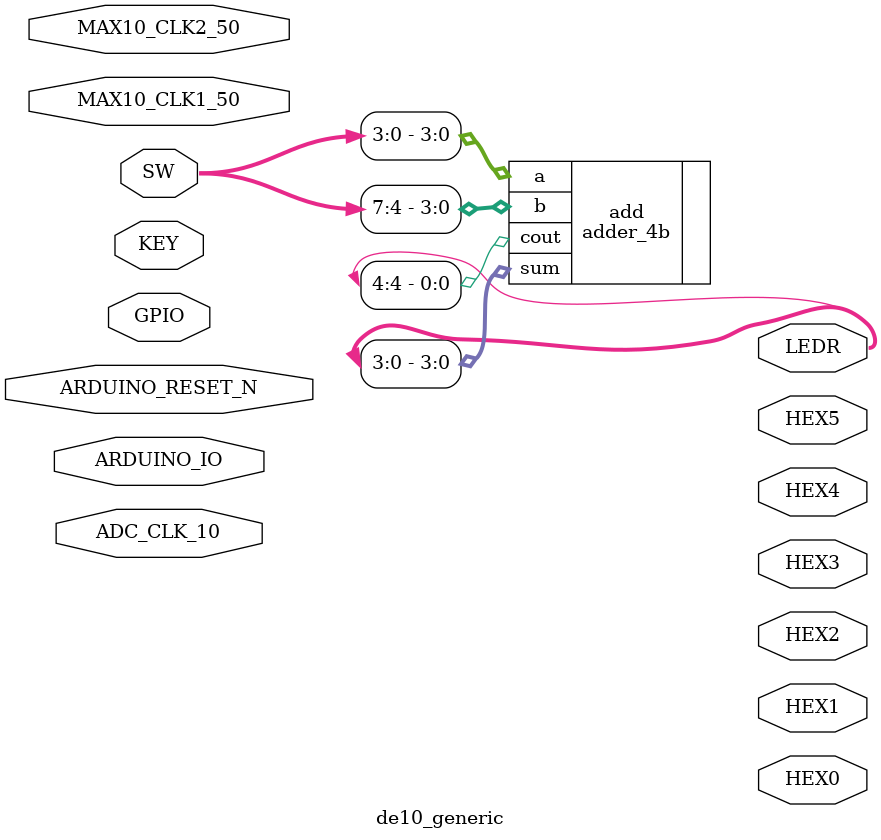
<source format=v>


module de10_generic(

	//////////// CLOCK //////////
	input 		          		ADC_CLK_10,
	input 		          		MAX10_CLK1_50,
	input 		          		MAX10_CLK2_50,

	//////////// SEG7 //////////
	output		     [7:0]		HEX0,
	output		     [7:0]		HEX1,
	output		     [7:0]		HEX2,
	output		     [7:0]		HEX3,
	output		     [7:0]		HEX4,
	output		     [7:0]		HEX5,

	//////////// KEY //////////
	input 		     [1:0]		KEY,

	//////////// LED //////////
	output		     [9:0]		LEDR,

	//////////// SW //////////
	input 		     [9:0]		SW,

	//////////// Arduino //////////
	inout 		    [15:0]		ARDUINO_IO,
	inout 		          		ARDUINO_RESET_N,

	//////////// GPIO, GPIO connect to GPIO Default //////////
	inout 		    [35:0]		GPIO
);



//=======================================================
//  REG/WIRE declarations
//=======================================================

adder_4b add(.a(SW[3:0]),.b(SW[7:4]),.sum(LEDR[3:0]),.cout(LEDR[4]));


//=======================================================
//  Structural coding
//=======================================================



endmodule

</source>
